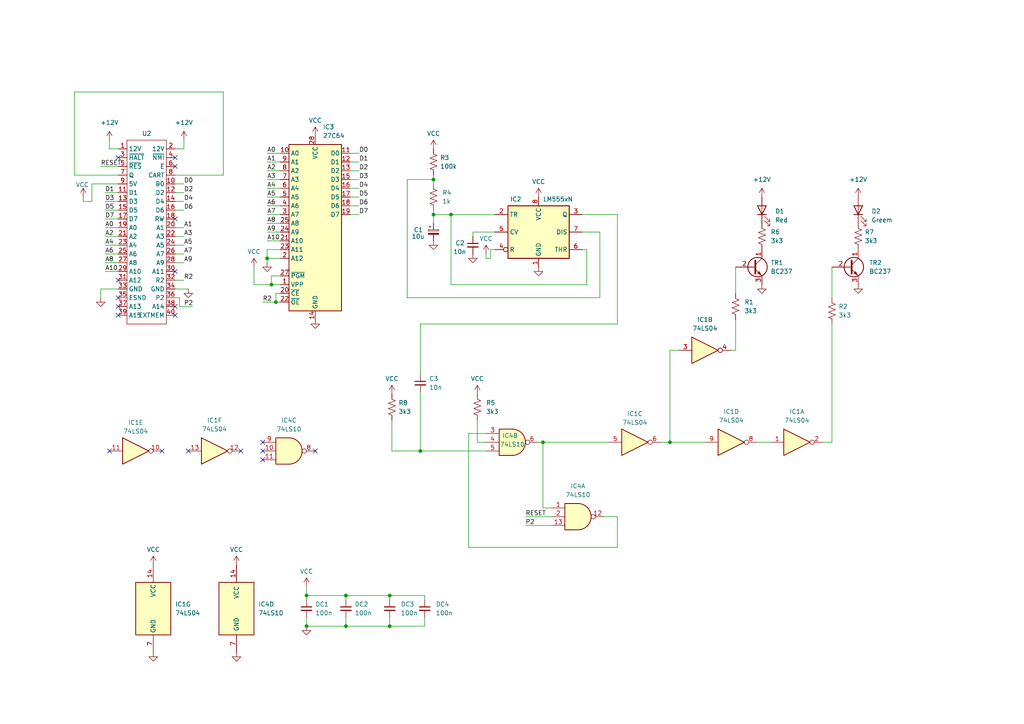
<source format=kicad_sch>
(kicad_sch (version 20230121) (generator eeschema)
  (paper "A4")
  (title_block (title "Dragon 32 Soak Test") (rev "1.0") (comment 1 "https://archive.worldofdragon.org/index.php?title=Dragon_32_Soak_Test"))
  (lib_symbols
    (symbol "74xx:74LS04"
      (property "Reference" "U" (at 0 1.27 0))
      (property "Value" "74LS04" (at 0 -1.27 0))
      (symbol "74LS04_1_0"
        (polyline (pts (xy -3.81 3.81) (xy -3.81 -3.81) (xy 3.81 0) (xy -3.81 3.81)) (stroke (width 0.254)) (fill (type background)))
        (pin input line (at -7.62 0 0) (length 3.81) (name "~") (number "1"))
        (pin output inverted (at 7.62 0 180) (length 3.81) (name "~") (number "2"))
      )
      (symbol "74LS04_2_0"
        (polyline (pts (xy -3.81 3.81) (xy -3.81 -3.81) (xy 3.81 0) (xy -3.81 3.81)) (stroke (width 0.254)) (fill (type background)))
        (pin input line (at -7.62 0 0) (length 3.81) (name "~") (number "3"))
        (pin output inverted (at 7.62 0 180) (length 3.81) (name "~") (number "4"))
      )
      (symbol "74LS04_3_0"
        (polyline (pts (xy -3.81 3.81) (xy -3.81 -3.81) (xy 3.81 0) (xy -3.81 3.81)) (stroke (width 0.254)) (fill (type background)))
        (pin input line (at -7.62 0 0) (length 3.81) (name "~") (number "5"))
        (pin output inverted (at 7.62 0 180) (length 3.81) (name "~") (number "6"))
      )
      (symbol "74LS04_4_0"
        (polyline (pts (xy -3.81 3.81) (xy -3.81 -3.81) (xy 3.81 0) (xy -3.81 3.81)) (stroke (width 0.254)) (fill (type background)))
        (pin output inverted (at 7.62 0 180) (length 3.81) (name "~") (number "8"))
        (pin input line (at -7.62 0 0) (length 3.81) (name "~") (number "9"))
      )
      (symbol "74LS04_5_0"
        (polyline (pts (xy -3.81 3.81) (xy -3.81 -3.81) (xy 3.81 0) (xy -3.81 3.81)) (stroke (width 0.254)) (fill (type background)))
        (pin output inverted (at 7.62 0 180) (length 3.81) (name "~") (number "10"))
        (pin input line (at -7.62 0 0) (length 3.81) (name "~") (number "11"))
      )
      (symbol "74LS04_6_0"
        (polyline (pts (xy -3.81 3.81) (xy -3.81 -3.81) (xy 3.81 0) (xy -3.81 3.81)) (stroke (width 0.254)) (fill (type background)))
        (pin output inverted (at 7.62 0 180) (length 3.81) (name "~") (number "12"))
        (pin input line (at -7.62 0 0) (length 3.81) (name "~") (number "13"))
      )
      (symbol "74LS04_7_0"
        (pin power_in line (at 0 12.7 270) (length 5.08) (name "VCC") (number "14"))
        (pin power_in line (at 0 -12.7 90) (length 5.08) (name "GND") (number "7"))
      )
      (symbol "74LS04_7_1"
        (rectangle (start -5.08 7.62) (end 5.08 -7.62) (stroke (width 0.254)) (fill (type background)))
      )
    )
    (symbol "74xx:74LS10" (pin_names (offset 1.016))
      (property "Reference" "U" (at 0 1.27 0))
      (property "Value" "74LS10" (at 0 -1.27 0))
      (symbol "74LS10_1_1"
        (arc (start 0 -3.81) (mid 3.7934 0) (end 0 3.81) (stroke (width 0.254)) (fill (type background)))
        (polyline (pts (xy 0 3.81) (xy -3.81 3.81) (xy -3.81 -3.81) (xy 0 -3.81)) (stroke (width 0.254)) (fill (type background)))
        (pin input line (at -7.62 2.54 0) (length 3.81) (name "~") (number "1"))
        (pin output inverted (at 7.62 0 180) (length 3.81) (name "~") (number "12"))
        (pin input line (at -7.62 -2.54 0) (length 3.81) (name "~") (number "13"))
        (pin input line (at -7.62 0 0) (length 3.81) (name "~") (number "2"))
      )
      (symbol "74LS10_1_2"
        (arc (start -3.81 -3.81) (mid -2.589 0) (end -3.81 3.81) (stroke (width 0.254)))
        (arc (start -0.6096 -3.81) (mid 2.1842 -2.5851) (end 3.81 0) (stroke (width 0.254)) (fill (type background)))
        (polyline (pts (xy -3.81 -3.81) (xy -0.635 -3.81)) (stroke (width 0.254)) (fill (type background)))
        (polyline (pts (xy -3.81 3.81) (xy -0.635 3.81)) (stroke (width 0.254)) (fill (type background)))
        (polyline (pts (xy -0.635 3.81) (xy -3.81 3.81) (xy -3.81 3.81) (xy -3.556 3.4036) (xy -3.0226 2.2606) (xy -2.6924 1.0414) (xy -2.6162 -0.254) (xy -2.7686 -1.4986) (xy -3.175 -2.7178) (xy -3.81 -3.81) (xy -3.81 -3.81) (xy -0.635 -3.81)) (stroke (width -25.4)) (fill (type background)))
        (arc (start 3.81 0) (mid 2.1915 2.5936) (end -0.6096 3.81) (stroke (width 0.254)) (fill (type background)))
        (pin input inverted (at -7.62 2.54 0) (length 4.318) (name "~") (number "1"))
        (pin output line (at 7.62 0 180) (length 3.81) (name "~") (number "12"))
        (pin input inverted (at -7.62 -2.54 0) (length 4.318) (name "~") (number "13"))
        (pin input inverted (at -7.62 0 0) (length 4.953) (name "~") (number "2"))
      )
      (symbol "74LS10_2_1"
        (arc (start 0 -3.81) (mid 3.7934 0) (end 0 3.81) (stroke (width 0.254)) (fill (type background)))
        (polyline (pts (xy 0 3.81) (xy -3.81 3.81) (xy -3.81 -3.81) (xy 0 -3.81)) (stroke (width 0.254)) (fill (type background)))
        (pin input line (at -7.62 2.54 0) (length 3.81) (name "~") (number "3"))
        (pin input line (at -7.62 0 0) (length 3.81) (name "~") (number "4"))
        (pin input line (at -7.62 -2.54 0) (length 3.81) (name "~") (number "5"))
        (pin output inverted (at 7.62 0 180) (length 3.81) (name "~") (number "6"))
      )
      (symbol "74LS10_2_2"
        (arc (start -3.81 -3.81) (mid -2.589 0) (end -3.81 3.81) (stroke (width 0.254)))
        (arc (start -0.6096 -3.81) (mid 2.1842 -2.5851) (end 3.81 0) (stroke (width 0.254)) (fill (type background)))
        (polyline (pts (xy -3.81 -3.81) (xy -0.635 -3.81)) (stroke (width 0.254)) (fill (type background)))
        (polyline (pts (xy -3.81 3.81) (xy -0.635 3.81)) (stroke (width 0.254)) (fill (type background)))
        (polyline (pts (xy -0.635 3.81) (xy -3.81 3.81) (xy -3.81 3.81) (xy -3.556 3.4036) (xy -3.0226 2.2606) (xy -2.6924 1.0414) (xy -2.6162 -0.254) (xy -2.7686 -1.4986) (xy -3.175 -2.7178) (xy -3.81 -3.81) (xy -3.81 -3.81) (xy -0.635 -3.81)) (stroke (width -25.4)) (fill (type background)))
        (arc (start 3.81 0) (mid 2.1915 2.5936) (end -0.6096 3.81) (stroke (width 0.254)) (fill (type background)))
        (pin input inverted (at -7.62 2.54 0) (length 4.318) (name "~") (number "3"))
        (pin input inverted (at -7.62 0 0) (length 4.953) (name "~") (number "4"))
        (pin input inverted (at -7.62 -2.54 0) (length 4.318) (name "~") (number "5"))
        (pin output line (at 7.62 0 180) (length 3.81) (name "~") (number "6"))
      )
      (symbol "74LS10_3_1"
        (arc (start 0 -3.81) (mid 3.7934 0) (end 0 3.81) (stroke (width 0.254)) (fill (type background)))
        (polyline (pts (xy 0 3.81) (xy -3.81 3.81) (xy -3.81 -3.81) (xy 0 -3.81)) (stroke (width 0.254)) (fill (type background)))
        (pin input line (at -7.62 0 0) (length 3.81) (name "~") (number "10"))
        (pin input line (at -7.62 -2.54 0) (length 3.81) (name "~") (number "11"))
        (pin output inverted (at 7.62 0 180) (length 3.81) (name "~") (number "8"))
        (pin input line (at -7.62 2.54 0) (length 3.81) (name "~") (number "9"))
      )
      (symbol "74LS10_3_2"
        (arc (start -3.81 -3.81) (mid -2.589 0) (end -3.81 3.81) (stroke (width 0.254)))
        (arc (start -0.6096 -3.81) (mid 2.1842 -2.5851) (end 3.81 0) (stroke (width 0.254)) (fill (type background)))
        (polyline (pts (xy -3.81 -3.81) (xy -0.635 -3.81)) (stroke (width 0.254)) (fill (type background)))
        (polyline (pts (xy -3.81 3.81) (xy -0.635 3.81)) (stroke (width 0.254)) (fill (type background)))
        (polyline (pts (xy -0.635 3.81) (xy -3.81 3.81) (xy -3.81 3.81) (xy -3.556 3.4036) (xy -3.0226 2.2606) (xy -2.6924 1.0414) (xy -2.6162 -0.254) (xy -2.7686 -1.4986) (xy -3.175 -2.7178) (xy -3.81 -3.81) (xy -3.81 -3.81) (xy -0.635 -3.81)) (stroke (width -25.4)) (fill (type background)))
        (arc (start 3.81 0) (mid 2.1915 2.5936) (end -0.6096 3.81) (stroke (width 0.254)) (fill (type background)))
        (pin input inverted (at -7.62 0 0) (length 4.953) (name "~") (number "10"))
        (pin input inverted (at -7.62 -2.54 0) (length 4.318) (name "~") (number "11"))
        (pin output line (at 7.62 0 180) (length 3.81) (name "~") (number "8"))
        (pin input inverted (at -7.62 2.54 0) (length 4.318) (name "~") (number "9"))
      )
      (symbol "74LS10_4_0"
        (pin power_in line (at 0 12.7 270) (length 5.08) (name "VCC") (number "14"))
        (pin power_in line (at 0 -12.7 90) (length 5.08) (name "GND") (number "7"))
      )
      (symbol "74LS10_4_1"
        (rectangle (start -5.08 7.62) (end 5.08 -7.62) (stroke (width 0.254)) (fill (type background)))
      )
    )
    (symbol "Device:C_Polarized_Small" (pin_numbers hide) (pin_names (offset 0.254) hide)
      (property "Reference" "C" (at 0.254 1.778 0))
      (property "Value" "C_Polarized_Small" (at 0.254 -2.032 0))
      (symbol "C_Polarized_Small_0_1"
        (rectangle (start -1.524 -0.3048) (end 1.524 -0.6858) (fill (type outline)))
        (rectangle (start -1.524 0.6858) (end 1.524 0.3048))
        (polyline (pts (xy -1.27 1.524) (xy -0.762 1.524)))
        (polyline (pts (xy -1.016 1.27) (xy -1.016 1.778)))
      )
      (symbol "C_Polarized_Small_1_1"
        (pin passive line (at 0 2.54 270) (length 1.8542) (name "~") (number "1"))
        (pin passive line (at 0 -2.54 90) (length 1.8542) (name "~") (number "2"))
      )
    )
    (symbol "Device:C_Small" (pin_numbers hide) (pin_names (offset 0.254) hide)
      (property "Reference" "C" (at 0.254 1.778 0))
      (property "Value" "C_Small" (at 0.254 -2.032 0))
      (symbol "C_Small_0_1"
        (polyline (pts (xy -1.524 -0.508) (xy 1.524 -0.508)) (stroke (width 0.3302)))
        (polyline (pts (xy -1.524 0.508) (xy 1.524 0.508)) (stroke (width 0.3048)))
      )
      (symbol "C_Small_1_1"
        (pin passive line (at 0 2.54 270) (length 2.032) (name "~") (number "1"))
        (pin passive line (at 0 -2.54 90) (length 2.032) (name "~") (number "2"))
      )
    )
    (symbol "Device:LED" (pin_numbers hide) (pin_names (offset 1.016) hide)
      (property "Reference" "D" (at 0 2.54 0))
      (property "Value" "LED" (at 0 -2.54 0))
      (symbol "LED_0_1"
        (polyline (pts (xy -1.27 -1.27) (xy -1.27 1.27)) (stroke (width 0.254)))
        (polyline (pts (xy -1.27 0) (xy 1.27 0)))
        (polyline (pts (xy 1.27 -1.27) (xy 1.27 1.27) (xy -1.27 0) (xy 1.27 -1.27)) (stroke (width 0.254)))
        (polyline (pts (xy -3.048 -0.762) (xy -4.572 -2.286) (xy -3.81 -2.286) (xy -4.572 -2.286) (xy -4.572 -1.524)))
        (polyline (pts (xy -1.778 -0.762) (xy -3.302 -2.286) (xy -2.54 -2.286) (xy -3.302 -2.286) (xy -3.302 -1.524)))
      )
      (symbol "LED_1_1"
        (pin passive line (at -3.81 0 0) (length 2.54) (name "K") (number "1"))
        (pin passive line (at 3.81 0 180) (length 2.54) (name "A") (number "2"))
      )
    )
    (symbol "Device:R_US" (pin_numbers hide) (pin_names (offset 0))
      (property "Reference" "R" (at 2.54 0 90))
      (property "Value" "R_US" (at -2.54 0 90))
      (symbol "R_US_0_1"
        (polyline (pts (xy 0 -2.286) (xy 0 -2.54)))
        (polyline (pts (xy 0 2.286) (xy 0 2.54)))
        (polyline (pts (xy 0 -0.762) (xy 1.016 -1.143) (xy 0 -1.524) (xy -1.016 -1.905) (xy 0 -2.286)))
        (polyline (pts (xy 0 0.762) (xy 1.016 0.381) (xy 0 0) (xy -1.016 -0.381) (xy 0 -0.762)))
        (polyline (pts (xy 0 2.286) (xy 1.016 1.905) (xy 0 1.524) (xy -1.016 1.143) (xy 0 0.762)))
      )
      (symbol "R_US_1_1"
        (pin passive line (at 0 3.81 270) (length 1.27) (name "~") (number "1"))
        (pin passive line (at 0 -3.81 90) (length 1.27) (name "~") (number "2"))
      )
    )
    (symbol "Expansion:Expansion"
      (property "Reference" "U" (at 0 0 0))
      (symbol "Expansion_0_1"
        (rectangle (start -8.89 12.7) (end 2.54 -40.64))
      )
      (symbol "Expansion_1_1"
        (pin power_out line (at -11.43 10.16 0) (length 2.54) (name "12V") (number "1"))
        (pin output line (at 5.08 0 180) (length 2.54) (name "D0") (number "10"))
        (pin output line (at -11.43 -2.54 0) (length 2.54) (name "D1") (number "11"))
        (pin output line (at 5.08 -2.54 180) (length 2.54) (name "D2") (number "12"))
        (pin output line (at -11.43 -5.08 0) (length 2.54) (name "D3") (number "13"))
        (pin output line (at 5.08 -5.08 180) (length 2.54) (name "D4") (number "14"))
        (pin output line (at -11.43 -7.62 0) (length 2.54) (name "D5") (number "15"))
        (pin output line (at 5.08 -7.62 180) (length 2.54) (name "D6") (number "16"))
        (pin output line (at -11.43 -10.16 0) (length 2.54) (name "D7") (number "17"))
        (pin output line (at 5.08 -10.16 180) (length 2.54) (name "RW") (number "18"))
        (pin output line (at -11.43 -12.7 0) (length 2.54) (name "A0") (number "19"))
        (pin power_out line (at 5.08 10.16 180) (length 2.54) (name "12V") (number "2"))
        (pin output line (at 5.08 -12.7 180) (length 2.54) (name "A1") (number "20"))
        (pin output line (at -11.43 -15.24 0) (length 2.54) (name "A2") (number "21"))
        (pin output line (at 5.08 -15.24 180) (length 2.54) (name "A3") (number "22"))
        (pin output line (at -11.43 -17.78 0) (length 2.54) (name "A4") (number "23"))
        (pin output line (at 5.08 -17.78 180) (length 2.54) (name "A5") (number "24"))
        (pin output line (at -11.43 -20.32 0) (length 2.54) (name "A6") (number "25"))
        (pin output line (at 5.08 -20.32 180) (length 2.54) (name "A7") (number "26"))
        (pin output line (at -11.43 -22.86 0) (length 2.54) (name "A8") (number "27"))
        (pin output line (at 5.08 -22.86 180) (length 2.54) (name "A9") (number "28"))
        (pin output line (at -11.43 -25.4 0) (length 2.54) (name "A10") (number "29"))
        (pin input line (at -11.43 7.62 0) (length 2.54) (name "~{HALT}") (number "3"))
        (pin output line (at 5.08 -25.4 180) (length 2.54) (name "A11") (number "30"))
        (pin output line (at -11.43 -27.94 0) (length 2.54) (name "A12") (number "31"))
        (pin output line (at 5.08 -27.94 180) (length 2.54) (name "R2") (number "32"))
        (pin power_out line (at -11.43 -30.48 0) (length 2.54) (name "GND") (number "33"))
        (pin power_out line (at 5.08 -30.48 180) (length 2.54) (name "GND") (number "34"))
        (pin output line (at -11.43 -33.02 0) (length 2.54) (name "ESND") (number "35"))
        (pin output line (at 5.08 -33.02 180) (length 2.54) (name "P2") (number "36"))
        (pin output line (at -11.43 -35.56 0) (length 2.54) (name "A13") (number "37"))
        (pin output line (at 5.08 -35.56 180) (length 2.54) (name "A14") (number "38"))
        (pin output line (at -11.43 -38.1 0) (length 2.54) (name "A15") (number "39"))
        (pin output line (at 5.08 7.62 180) (length 2.54) (name "~{NMI}") (number "4"))
        (pin output line (at 5.08 -38.1 180) (length 2.54) (name "EXTMEM") (number "40"))
        (pin output line (at -11.43 5.08 0) (length 2.54) (name "~{RES}") (number "5"))
        (pin output line (at 5.08 5.08 180) (length 2.54) (name "E") (number "6"))
        (pin output line (at -11.43 2.54 0) (length 2.54) (name "Q") (number "7"))
        (pin output line (at 5.08 2.54 180) (length 2.54) (name "CART") (number "8"))
        (pin power_out line (at -11.43 0 0) (length 2.54) (name "5V") (number "9"))
      )
    )
    (symbol "Memory_EPROM:27C64"
      (property "Reference" "U" (at -7.62 24.13 0))
      (property "Value" "27C64" (at 2.54 -26.67 0))
      (symbol "27C64_1_1"
        (rectangle (start -7.62 22.86) (end 7.62 -25.4) (stroke (width 0.254)) (fill (type background)))
        (pin input line (at -10.16 -17.78 0) (length 2.54) (name "VPP") (number "1"))
        (pin input line (at -10.16 20.32 0) (length 2.54) (name "A0") (number "10"))
        (pin tri_state line (at 10.16 20.32 180) (length 2.54) (name "D0") (number "11"))
        (pin tri_state line (at 10.16 17.78 180) (length 2.54) (name "D1") (number "12"))
        (pin tri_state line (at 10.16 15.24 180) (length 2.54) (name "D2") (number "13"))
        (pin power_in line (at 0 -27.94 90) (length 2.54) (name "GND") (number "14"))
        (pin tri_state line (at 10.16 12.7 180) (length 2.54) (name "D3") (number "15"))
        (pin tri_state line (at 10.16 10.16 180) (length 2.54) (name "D4") (number "16"))
        (pin tri_state line (at 10.16 7.62 180) (length 2.54) (name "D5") (number "17"))
        (pin tri_state line (at 10.16 5.08 180) (length 2.54) (name "D6") (number "18"))
        (pin tri_state line (at 10.16 2.54 180) (length 2.54) (name "D7") (number "19"))
        (pin input line (at -10.16 -10.16 0) (length 2.54) (name "A12") (number "2"))
        (pin input line (at -10.16 -20.32 0) (length 2.54) (name "~{CE}") (number "20"))
        (pin input line (at -10.16 -5.08 0) (length 2.54) (name "A10") (number "21"))
        (pin input line (at -10.16 -22.86 0) (length 2.54) (name "~{OE}") (number "22"))
        (pin input line (at -10.16 -7.62 0) (length 2.54) (name "A11") (number "23"))
        (pin input line (at -10.16 -2.54 0) (length 2.54) (name "A9") (number "24"))
        (pin input line (at -10.16 0 0) (length 2.54) (name "A8") (number "25"))
        (pin no_connect line (at 7.62 0 180) (length 2.54) hide (name "NC") (number "26"))
        (pin input line (at -10.16 -15.24 0) (length 2.54) (name "~{PGM}") (number "27"))
        (pin power_in line (at 0 25.4 270) (length 2.54) (name "VCC") (number "28"))
        (pin input line (at -10.16 2.54 0) (length 2.54) (name "A7") (number "3"))
        (pin input line (at -10.16 5.08 0) (length 2.54) (name "A6") (number "4"))
        (pin input line (at -10.16 7.62 0) (length 2.54) (name "A5") (number "5"))
        (pin input line (at -10.16 10.16 0) (length 2.54) (name "A4") (number "6"))
        (pin input line (at -10.16 12.7 0) (length 2.54) (name "A3") (number "7"))
        (pin input line (at -10.16 15.24 0) (length 2.54) (name "A2") (number "8"))
        (pin input line (at -10.16 17.78 0) (length 2.54) (name "A1") (number "9"))
      )
    )
    (symbol "Timer:LM555xN"
      (property "Reference" "U" (at -10.16 8.89 0))
      (property "Value" "LM555xN" (at 2.54 8.89 0))
      (symbol "LM555xN_0_0"
        (pin power_in line (at 0 -10.16 90) (length 2.54) (name "GND") (number "1"))
        (pin power_in line (at 0 10.16 270) (length 2.54) (name "VCC") (number "8"))
      )
      (symbol "LM555xN_0_1"
        (rectangle (start -8.89 -7.62) (end 8.89 7.62) (stroke (width 0.254)) (fill (type background)))
        (rectangle (start -8.89 -7.62) (end 8.89 7.62) (stroke (width 0.254)) (fill (type background)))
      )
      (symbol "LM555xN_1_1"
        (pin input line (at -12.7 5.08 0) (length 3.81) (name "TR") (number "2"))
        (pin output line (at 12.7 5.08 180) (length 3.81) (name "Q") (number "3"))
        (pin input inverted (at -12.7 -5.08 0) (length 3.81) (name "R") (number "4"))
        (pin input line (at -12.7 0 0) (length 3.81) (name "CV") (number "5"))
        (pin input line (at 12.7 -5.08 180) (length 3.81) (name "THR") (number "6"))
        (pin input line (at 12.7 0 180) (length 3.81) (name "DIS") (number "7"))
      )
    )
    (symbol "Transistor_BJT:BC237" (pin_names (offset 0) hide)
      (property "Reference" "Q" (at 5.08 1.905 0))
      (property "Value" "BC237" (at 5.08 0 0))
      (symbol "BC237_0_1"
        (polyline (pts (xy 0 0) (xy 0.635 0)))
        (polyline (pts (xy 0.635 0.635) (xy 2.54 2.54)))
        (polyline (pts (xy 0.635 -0.635) (xy 2.54 -2.54) (xy 2.54 -2.54)))
        (polyline (pts (xy 0.635 1.905) (xy 0.635 -1.905) (xy 0.635 -1.905)) (stroke (width 0.508)))
        (polyline (pts (xy 1.27 -1.778) (xy 1.778 -1.27) (xy 2.286 -2.286) (xy 1.27 -1.778) (xy 1.27 -1.778)) (fill (type outline)))
        (circle (center 1.27 0) (radius 2.8194) (stroke (width 0.254)))
      )
      (symbol "BC237_1_1"
        (pin passive line (at 2.54 5.08 270) (length 2.54) (name "C") (number "1"))
        (pin input line (at -5.08 0 0) (length 5.08) (name "B") (number "2"))
        (pin passive line (at 2.54 -5.08 90) (length 2.54) (name "E") (number "3"))
      )
    )
    (symbol "power:+12V" (power) (pin_names (offset 0))
      (property "Value" "+12V" (at 0 3.556 0))
      (symbol "+12V_0_1"
        (polyline (pts (xy -0.762 1.27) (xy 0 2.54)))
        (polyline (pts (xy 0 0) (xy 0 2.54)))
        (polyline (pts (xy 0 2.54) (xy 0.762 1.27)))
      )
      (symbol "+12V_1_1"
        (pin power_in line (at 0 0 90) (length 0) hide (name "+12V") (number "1"))
      )
    )
    (symbol "power:GND" (power) (pin_names (offset 0))
      (property "Value" "GND" (at 0 -3.81 0))
      (symbol "GND_0_1"
        (polyline (pts (xy 0 0) (xy 0 -1.27) (xy 1.27 -1.27) (xy 0 -2.54) (xy -1.27 -1.27) (xy 0 -1.27)))
      )
      (symbol "GND_1_1"
        (pin power_in line (at 0 0 270) (length 0) hide (name "GND") (number "1"))
      )
    )
    (symbol "power:VCC" (power) (pin_names (offset 0))
      (property "Value" "VCC" (at 0 3.81 0))
      (symbol "VCC_0_1"
        (polyline (pts (xy -0.762 1.27) (xy 0 2.54)))
        (polyline (pts (xy 0 0) (xy 0 2.54)))
        (polyline (pts (xy 0 2.54) (xy 0.762 1.27)))
      )
      (symbol "VCC_1_1"
        (pin power_in line (at 0 0 90) (length 0) hide (name "VCC") (number "1"))
      )
    )
  )
  (junction (at 125.73 62.23))
  (junction (at 80.01 87.63))
  (junction (at 88.9 172.72))
  (junction (at 130.81 62.23))
  (junction (at 125.73 52.07))
  (junction (at 113.03 181.61))
  (junction (at 157.48 128.27))
  (junction (at 113.03 172.72))
  (junction (at 100.33 181.61))
  (junction (at 194.31 128.27))
  (junction (at 100.33 172.72))
  (junction (at 78.74 82.55))
  (junction (at 88.9 181.61))
  (junction (at 77.47 74.93))
  (junction (at 121.92 130.81))
  (no_connect (at 50.8 63.5))
  (no_connect (at 91.44 130.81))
  (no_connect (at 50.8 91.44))
  (no_connect (at 34.29 45.72))
  (no_connect (at 34.29 88.9))
  (no_connect (at 50.8 48.26))
  (no_connect (at 31.75 130.81))
  (no_connect (at 50.8 78.74))
  (no_connect (at 50.8 45.72))
  (no_connect (at 76.2 133.35))
  (no_connect (at 69.85 130.81))
  (no_connect (at 50.8 88.9))
  (no_connect (at 34.29 91.44))
  (no_connect (at 76.2 130.81))
  (no_connect (at 34.29 81.28))
  (no_connect (at 34.29 86.36))
  (no_connect (at 46.99 130.81))
  (no_connect (at 76.2 128.27))
  (no_connect (at 54.61 130.81))
  (wire (pts (xy 73.66 77.47) (xy 73.66 82.55)))
  (wire (pts (xy 64.77 50.8) (xy 50.8 50.8)))
  (wire (pts (xy 77.47 44.45) (xy 81.28 44.45)))
  (wire (pts (xy 123.19 181.61) (xy 113.03 181.61)))
  (wire (pts (xy 21.59 26.67) (xy 64.77 26.67)))
  (wire (pts (xy 118.11 86.36) (xy 173.99 86.36)))
  (wire (pts (xy 31.75 43.18) (xy 31.75 40.64)))
  (wire (pts (xy 30.48 68.58) (xy 34.29 68.58)))
  (wire (pts (xy 140.97 125.73) (xy 135.89 125.73)))
  (wire (pts (xy 212.09 101.6) (xy 213.36 101.6)))
  (wire (pts (xy 50.8 83.82) (xy 54.61 83.82)))
  (wire (pts (xy 77.47 49.53) (xy 81.28 49.53)))
  (wire (pts (xy 50.8 76.2) (xy 53.34 76.2)))
  (wire (pts (xy 50.8 43.18) (xy 53.34 43.18)))
  (wire (pts (xy 118.11 86.36) (xy 118.11 52.07)))
  (wire (pts (xy 50.8 53.34) (xy 53.34 53.34)))
  (wire (pts (xy 34.29 53.34) (xy 26.67 53.34)))
  (wire (pts (xy 142.24 72.39) (xy 142.24 74.93)))
  (wire (pts (xy 219.71 128.27) (xy 223.52 128.27)))
  (wire (pts (xy 29.21 86.36) (xy 29.21 83.82)))
  (wire (pts (xy 34.29 50.8) (xy 21.59 50.8)))
  (wire (pts (xy 50.8 71.12) (xy 53.34 71.12)))
  (wire (pts (xy 101.6 46.99) (xy 104.14 46.99)))
  (wire (pts (xy 100.33 181.61) (xy 113.03 181.61)))
  (wire (pts (xy 88.9 170.18) (xy 88.9 172.72)))
  (wire (pts (xy 30.48 71.12) (xy 34.29 71.12)))
  (wire (pts (xy 121.92 130.81) (xy 140.97 130.81)))
  (wire (pts (xy 77.47 67.31) (xy 81.28 67.31)))
  (wire (pts (xy 34.29 43.18) (xy 31.75 43.18)))
  (wire (pts (xy 179.07 62.23) (xy 179.07 93.98)))
  (wire (pts (xy 157.48 128.27) (xy 176.53 128.27)))
  (wire (pts (xy 30.48 58.42) (xy 34.29 58.42)))
  (wire (pts (xy 130.81 82.55) (xy 170.18 82.55)))
  (wire (pts (xy 78.74 82.55) (xy 81.28 82.55)))
  (wire (pts (xy 125.73 50.8) (xy 125.73 52.07)))
  (wire (pts (xy 64.77 26.67) (xy 64.77 50.8)))
  (wire (pts (xy 77.47 54.61) (xy 81.28 54.61)))
  (wire (pts (xy 101.6 49.53) (xy 104.14 49.53)))
  (wire (pts (xy 101.6 54.61) (xy 104.14 54.61)))
  (wire (pts (xy 125.73 60.96) (xy 125.73 62.23)))
  (wire (pts (xy 113.665 121.92) (xy 113.665 130.81)))
  (wire (pts (xy 213.36 92.71) (xy 213.36 101.6)))
  (wire (pts (xy 157.48 128.27) (xy 157.48 147.32)))
  (wire (pts (xy 73.66 82.55) (xy 78.74 82.55)))
  (wire (pts (xy 52.07 86.36) (xy 52.07 88.9)))
  (wire (pts (xy 137.16 67.31) (xy 143.51 67.31)))
  (wire (pts (xy 78.74 80.01) (xy 78.74 82.55)))
  (wire (pts (xy 123.19 179.07) (xy 123.19 181.61)))
  (wire (pts (xy 88.9 179.07) (xy 88.9 181.61)))
  (wire (pts (xy 135.89 125.73) (xy 135.89 158.75)))
  (wire (pts (xy 26.67 53.34) (xy 26.67 58.42)))
  (wire (pts (xy 101.6 57.15) (xy 104.14 57.15)))
  (wire (pts (xy 194.31 128.27) (xy 204.47 128.27)))
  (wire (pts (xy 213.36 85.09) (xy 213.36 77.47)))
  (wire (pts (xy 21.59 50.8) (xy 21.59 26.67)))
  (wire (pts (xy 123.19 172.72) (xy 113.03 172.72)))
  (wire (pts (xy 81.28 80.01) (xy 78.74 80.01)))
  (wire (pts (xy 125.73 52.07) (xy 125.73 53.34)))
  (wire (pts (xy 77.47 57.15) (xy 81.28 57.15)))
  (wire (pts (xy 76.2 87.63) (xy 80.01 87.63)))
  (wire (pts (xy 77.47 62.23) (xy 81.28 62.23)))
  (wire (pts (xy 101.6 44.45) (xy 104.14 44.45)))
  (wire (pts (xy 30.48 78.74) (xy 34.29 78.74)))
  (wire (pts (xy 50.8 68.58) (xy 53.34 68.58)))
  (wire (pts (xy 77.47 64.77) (xy 81.28 64.77)))
  (wire (pts (xy 113.03 172.72) (xy 100.33 172.72)))
  (wire (pts (xy 191.77 128.27) (xy 194.31 128.27)))
  (wire (pts (xy 241.3 77.47) (xy 241.3 86.36)))
  (wire (pts (xy 80.01 85.09) (xy 80.01 87.63)))
  (wire (pts (xy 170.18 72.39) (xy 168.91 72.39)))
  (wire (pts (xy 121.92 93.98) (xy 179.07 93.98)))
  (wire (pts (xy 140.97 74.93) (xy 140.97 73.66)))
  (wire (pts (xy 241.3 93.98) (xy 241.3 128.27)))
  (wire (pts (xy 121.92 108.585) (xy 121.92 93.98)))
  (wire (pts (xy 30.48 73.66) (xy 34.29 73.66)))
  (wire (pts (xy 135.89 158.75) (xy 179.07 158.75)))
  (wire (pts (xy 130.81 62.23) (xy 143.51 62.23)))
  (wire (pts (xy 125.73 62.23) (xy 125.73 64.77)))
  (wire (pts (xy 88.9 172.72) (xy 88.9 173.99)))
  (wire (pts (xy 194.31 101.6) (xy 194.31 128.27)))
  (wire (pts (xy 24.13 57.15) (xy 24.13 58.42)))
  (wire (pts (xy 29.21 48.26) (xy 34.29 48.26)))
  (wire (pts (xy 77.47 69.85) (xy 81.28 69.85)))
  (wire (pts (xy 152.4 152.4) (xy 160.02 152.4)))
  (wire (pts (xy 168.91 67.31) (xy 173.99 67.31)))
  (wire (pts (xy 152.4 149.86) (xy 160.02 149.86)))
  (wire (pts (xy 50.8 58.42) (xy 53.34 58.42)))
  (wire (pts (xy 196.85 101.6) (xy 194.31 101.6)))
  (wire (pts (xy 30.48 66.04) (xy 34.29 66.04)))
  (wire (pts (xy 50.8 73.66) (xy 53.34 73.66)))
  (wire (pts (xy 101.6 59.69) (xy 104.14 59.69)))
  (wire (pts (xy 77.47 59.69) (xy 81.28 59.69)))
  (wire (pts (xy 168.91 62.23) (xy 179.07 62.23)))
  (wire (pts (xy 52.07 88.9) (xy 55.88 88.9)))
  (wire (pts (xy 50.8 60.96) (xy 53.34 60.96)))
  (wire (pts (xy 125.73 62.23) (xy 130.81 62.23)))
  (wire (pts (xy 30.48 60.96) (xy 34.29 60.96)))
  (wire (pts (xy 101.6 62.23) (xy 104.14 62.23)))
  (wire (pts (xy 101.6 52.07) (xy 104.14 52.07)))
  (wire (pts (xy 100.33 173.99) (xy 100.33 172.72)))
  (wire (pts (xy 118.11 52.07) (xy 125.73 52.07)))
  (wire (pts (xy 30.48 63.5) (xy 34.29 63.5)))
  (wire (pts (xy 30.48 76.2) (xy 34.29 76.2)))
  (wire (pts (xy 88.9 181.61) (xy 100.33 181.61)))
  (wire (pts (xy 80.01 87.63) (xy 81.28 87.63)))
  (wire (pts (xy 113.665 130.81) (xy 121.92 130.81)))
  (wire (pts (xy 81.28 85.09) (xy 80.01 85.09)))
  (wire (pts (xy 138.43 121.92) (xy 138.43 128.27)))
  (wire (pts (xy 156.21 128.27) (xy 157.48 128.27)))
  (wire (pts (xy 173.99 67.31) (xy 173.99 86.36)))
  (wire (pts (xy 123.19 173.99) (xy 123.19 172.72)))
  (wire (pts (xy 137.16 68.58) (xy 137.16 67.31)))
  (wire (pts (xy 88.9 172.72) (xy 100.33 172.72)))
  (wire (pts (xy 53.34 43.18) (xy 53.34 40.64)))
  (wire (pts (xy 29.21 83.82) (xy 34.29 83.82)))
  (wire (pts (xy 77.47 74.93) (xy 77.47 76.2)))
  (wire (pts (xy 50.8 86.36) (xy 52.07 86.36)))
  (wire (pts (xy 179.07 158.75) (xy 179.07 149.86)))
  (wire (pts (xy 238.76 128.27) (xy 241.3 128.27)))
  (wire (pts (xy 130.81 82.55) (xy 130.81 62.23)))
  (wire (pts (xy 77.47 72.39) (xy 77.47 74.93)))
  (wire (pts (xy 24.13 58.42) (xy 26.67 58.42)))
  (wire (pts (xy 77.47 46.99) (xy 81.28 46.99)))
  (wire (pts (xy 143.51 72.39) (xy 142.24 72.39)))
  (wire (pts (xy 121.92 130.81) (xy 121.92 113.665)))
  (wire (pts (xy 142.24 74.93) (xy 140.97 74.93)))
  (wire (pts (xy 77.47 72.39) (xy 81.28 72.39)))
  (wire (pts (xy 170.18 72.39) (xy 170.18 82.55)))
  (wire (pts (xy 77.47 74.93) (xy 81.28 74.93)))
  (wire (pts (xy 50.8 81.28) (xy 53.34 81.28)))
  (wire (pts (xy 175.26 149.86) (xy 179.07 149.86)))
  (wire (pts (xy 77.47 52.07) (xy 81.28 52.07)))
  (wire (pts (xy 113.03 179.07) (xy 113.03 181.61)))
  (wire (pts (xy 50.8 66.04) (xy 53.34 66.04)))
  (wire (pts (xy 100.33 179.07) (xy 100.33 181.61)))
  (wire (pts (xy 138.43 128.27) (xy 140.97 128.27)))
  (wire (pts (xy 50.8 55.88) (xy 53.34 55.88)))
  (wire (pts (xy 30.48 55.88) (xy 34.29 55.88)))
  (wire (pts (xy 113.03 173.99) (xy 113.03 172.72)))
  (wire (pts (xy 157.48 147.32) (xy 160.02 147.32)))
  (label "R2" (at 76.2 87.63 0))
  (label "P2" (at 152.4 152.4 0))
  (label "A1" (at 77.47 46.99 0))
  (label "R2" (at 53.34 81.28 0))
  (label "A10" (at 30.48 78.74 0))
  (label "D3" (at 30.48 58.42 0))
  (label "D1" (at 104.14 46.99 0))
  (label "RESET" (at 152.4 149.86 0))
  (label "D1" (at 30.48 55.88 0))
  (label "A4" (at 77.47 54.61 0))
  (label "D2" (at 53.34 55.88 0))
  (label "A9" (at 77.47 67.31 0))
  (label "A9" (at 53.34 76.2 0))
  (label "D6" (at 104.14 59.69 0))
  (label "A3" (at 53.34 68.58 0))
  (label "D6" (at 53.34 60.96 0))
  (label "A5" (at 77.47 57.15 0))
  (label "A2" (at 77.47 49.53 0))
  (label "D0" (at 53.34 53.34 0))
  (label "D5" (at 104.14 57.15 0))
  (label "A6" (at 30.48 73.66 0))
  (label "D0" (at 104.14 44.45 0))
  (label "D4" (at 53.34 58.42 0))
  (label "A7" (at 77.47 62.23 0))
  (label "A8" (at 30.48 76.2 0))
  (label "D4" (at 104.14 54.61 0))
  (label "A5" (at 53.34 71.12 0))
  (label "D5" (at 30.48 60.96 0))
  (label "D7" (at 104.14 62.23 0))
  (label "A7" (at 53.34 73.66 0))
  (label "A10" (at 77.47 69.85 0))
  (label "D2" (at 104.14 49.53 0))
  (label "D7" (at 30.48 63.5 0))
  (label "RESET" (at 29.21 48.26 0))
  (label "A0" (at 30.48 66.04 0))
  (label "A2" (at 30.48 68.58 0))
  (label "A0" (at 77.47 44.45 0))
  (label "A6" (at 77.47 59.69 0))
  (label "A1" (at 53.34 66.04 0))
  (label "A3" (at 77.47 52.07 0))
  (label "A8" (at 77.47 64.77 0))
  (label "D3" (at 104.14 52.07 0))
  (label "P2" (at 53.34 88.9 0))
  (label "A4" (at 30.48 71.12 0))
  (symbol (lib_id "Device:R_US") (at 241.3 90.17 0) (unit 1)
    (property "Reference" "R2" (at 243.205 88.9 0) (effects (justify left)))
    (property "Value" "3k3" (at 243.205 91.44 0) (effects (justify left)))
    (property "Footprint" "Resistor_THT:R_Axial_DIN0207_L6.3mm_D2.5mm_P10.16mm_Horizontal" (effects hide))
  )
  (symbol (lib_id "power:+12V") (at 53.34 40.64 0) (unit 1)
    (property "Reference" "#PWR06" (effects hide))
    (property "Value" "+12V" (at 53.34 35.56 0))
  )
  (symbol (lib_id "power:+12V") (at 31.75 40.64 0) (unit 1)
    (property "Reference" "#PWR01" (effects hide))
    (property "Value" "+12V" (at 31.75 35.56 0))
  )
  (symbol (lib_id "74xx:74LS04") (at 184.15 128.27 0) (unit 3)
    (property "Reference" "IC1" (at 184.15 120.015 0))
    (property "Value" "74LS04" (at 184.15 122.555 0))
    (property "Footprint" "Package_DIP:DIP-14_W7.62mm" (effects hide))
    (property "Datasheet" "http://www.ti.com/lit/gpn/sn74LS04" (effects hide))
  )
  (symbol (lib_id "74xx:74LS04") (at 39.37 130.81 0) (unit 5)
    (property "Reference" "IC1" (at 39.37 122.555 0))
    (property "Value" "74LS04" (at 39.37 125.095 0))
    (property "Footprint" "Package_DIP:DIP-14_W7.62mm" (effects hide))
    (property "Datasheet" "http://www.ti.com/lit/gpn/sn74LS04" (effects hide))
  )
  (symbol (lib_id "Device:C_Small") (at 123.19 176.53 0) (unit 1)
    (property "Reference" "DC4" (at 126.365 175.2663 0) (effects (justify left)))
    (property "Value" "100n" (at 126.365 177.8063 0) (effects (justify left)))
    (property "Footprint" "Capacitor_THT:C_Disc_D5.0mm_W2.5mm_P5.00mm" (effects hide))
  )
  (symbol (lib_id "power:GND") (at 248.92 82.55 0) (unit 1)
    (property "Reference" "#PWR026" (effects hide))
    (property "Value" "GND" (effects hide))
  )
  (symbol (lib_id "Transistor_BJT:BC237") (at 218.44 77.47 0) (unit 1)
    (property "Reference" "TR1" (at 223.52 76.2 0) (effects (justify left)))
    (property "Value" "BC237" (at 223.52 78.74 0) (effects (justify left)))
    (property "Footprint" "Package_TO_SOT_THT:TO-92" (effects hide))
    (property "Datasheet" "http://www.onsemi.com/pub_link/Collateral/BC237-D.PDF" (effects hide))
  )
  (symbol (lib_id "power:GND") (at 88.9 181.61 0) (unit 1)
    (property "Reference" "#PWR032" (effects hide))
    (property "Value" "GND" (effects hide))
  )
  (symbol (lib_id "Device:R_US") (at 213.36 88.9 0) (unit 1)
    (property "Reference" "R1" (at 215.9 87.63 0) (effects (justify left)))
    (property "Value" "3k3" (at 215.9 90.17 0) (effects (justify left)))
    (property "Footprint" "Resistor_THT:R_Axial_DIN0207_L6.3mm_D2.5mm_P10.16mm_Horizontal" (effects hide))
  )
  (symbol (lib_id "Device:R_US") (at 125.73 57.15 0) (unit 1)
    (property "Reference" "R4" (at 128.27 55.88 0) (effects (justify left)))
    (property "Value" "1k" (at 128.27 58.42 0) (effects (justify left)))
    (property "Footprint" "Resistor_THT:R_Axial_DIN0207_L6.3mm_D2.5mm_P10.16mm_Horizontal" (effects hide))
  )
  (symbol (lib_id "Timer:LM555xN") (at 156.21 67.31 0) (unit 1)
    (property "Reference" "IC2" (at 147.955 57.785 0) (effects (justify left)))
    (property "Value" "LM555xN" (at 157.48 57.785 0) (effects (justify left)))
    (property "Footprint" "Package_DIP:DIP-8_W7.62mm" (effects hide))
    (property "Datasheet" "http://www.ti.com/lit/ds/symlink/lm555.pdf" (effects hide))
  )
  (symbol (lib_id "power:GND") (at 77.47 76.2 0) (unit 1)
    (property "Reference" "#PWR022" (effects hide))
    (property "Value" "GND" (effects hide))
  )
  (symbol (lib_id "power:VCC") (at 113.665 114.3 0) (unit 1)
    (property "Reference" "#PWR016" (effects hide))
    (property "Value" "VCC" (at 113.665 109.855 0))
  )
  (symbol (lib_id "74xx:74LS10") (at 68.58 176.53 0) (unit 4)
    (property "Reference" "IC4" (at 74.93 175.26 0) (effects (justify left)))
    (property "Value" "74LS10" (at 74.93 177.8 0) (effects (justify left)))
    (property "Footprint" "Package_DIP:DIP-14_W7.62mm" (effects hide))
    (property "Datasheet" "http://www.ti.com/lit/gpn/sn74LS10" (effects hide))
  )
  (symbol (lib_id "Device:LED") (at 220.98 60.96 90) (unit 1)
    (property "Reference" "D1" (at 224.79 61.2775 90) (effects (justify right)))
    (property "Value" "Red" (at 224.79 63.8175 90) (effects (justify right)))
    (property "Footprint" "LED_THT:LED_D5.0mm" (effects hide))
  )
  (symbol (lib_id "power:+12V") (at 248.92 57.15 0) (unit 1)
    (property "Reference" "#PWR018" (effects hide))
    (property "Value" "+12V" (at 248.92 52.07 0))
  )
  (symbol (lib_id "74xx:74LS10") (at 148.59 128.27 0) (unit 2)
    (property "Reference" "IC4" (at 147.955 126.365 0))
    (property "Value" "74LS10" (at 148.59 128.905 0))
    (property "Footprint" "Package_DIP:DIP-14_W7.62mm" (effects hide))
    (property "Datasheet" "http://www.ti.com/lit/gpn/sn74LS10" (effects hide))
  )
  (symbol (lib_id "Device:C_Small") (at 88.9 176.53 0) (unit 1)
    (property "Reference" "DC1" (at 91.44 175.2663 0) (effects (justify left)))
    (property "Value" "100n" (at 91.44 177.8063 0) (effects (justify left)))
    (property "Footprint" "Capacitor_THT:C_Disc_D5.0mm_W2.5mm_P5.00mm" (effects hide))
  )
  (symbol (lib_id "power:GND") (at 68.58 189.23 0) (unit 1)
    (property "Reference" "#PWR09" (effects hide))
    (property "Value" "GND" (effects hide))
  )
  (symbol (lib_id "power:GND") (at 220.98 82.55 0) (unit 1)
    (property "Reference" "#PWR025" (effects hide))
    (property "Value" "GND" (effects hide))
  )
  (symbol (lib_id "power:GND") (at 54.61 83.82 0) (unit 1)
    (property "Reference" "#PWR05" (effects hide))
    (property "Value" "GND" (effects hide))
  )
  (symbol (lib_id "Device:R_US") (at 113.665 118.11 180) (unit 1)
    (property "Reference" "R8" (at 115.57 116.84 0) (effects (justify right)))
    (property "Value" "3k3" (at 115.57 119.38 0) (effects (justify right)))
    (property "Footprint" "Resistor_THT:R_Axial_DIN0207_L6.3mm_D2.5mm_P10.16mm_Horizontal" (effects hide))
  )
  (symbol (lib_id "power:VCC") (at 73.66 77.47 0) (unit 1)
    (property "Reference" "#PWR029" (effects hide))
    (property "Value" "VCC" (at 73.66 73.025 0))
  )
  (symbol (lib_id "power:VCC") (at 24.13 57.15 0) (unit 1)
    (property "Reference" "#PWR019" (effects hide))
    (property "Value" "VCC" (at 23.876 53.594 0))
  )
  (symbol (lib_id "74xx:74LS04") (at 231.14 128.27 0) (unit 1)
    (property "Reference" "IC1" (at 231.14 119.38 0))
    (property "Value" "74LS04" (at 231.14 121.92 0))
    (property "Footprint" "Package_DIP:DIP-14_W7.62mm" (effects hide))
    (property "Datasheet" "http://www.ti.com/lit/gpn/sn74LS04" (effects hide))
  )
  (symbol (lib_id "Device:R_US") (at 220.98 68.58 0) (unit 1)
    (property "Reference" "R6" (at 223.52 67.31 0) (effects (justify left)))
    (property "Value" "3k3" (at 223.52 69.85 0) (effects (justify left)))
    (property "Footprint" "Resistor_THT:R_Axial_DIN0207_L6.3mm_D2.5mm_P10.16mm_Horizontal" (effects hide))
  )
  (symbol (lib_id "Device:C_Polarized_Small") (at 125.73 67.31 0) (unit 1)
    (property "Reference" "C1" (at 120.015 66.675 0) (effects (justify left)))
    (property "Value" "10u" (at 119.38 68.58 0) (effects (justify left)))
    (property "Footprint" "Capacitor_THT:CP_Radial_D5.0mm_P2.50mm" (effects hide))
  )
  (symbol (lib_id "power:VCC") (at 156.21 57.15 0) (unit 1)
    (property "Reference" "#PWR013" (effects hide))
    (property "Value" "VCC" (at 156.21 52.705 0))
  )
  (symbol (lib_id "power:GND") (at 44.45 189.23 0) (unit 1)
    (property "Reference" "#PWR04" (effects hide))
    (property "Value" "GND" (effects hide))
  )
  (symbol (lib_id "power:VCC") (at 138.43 114.3 0) (unit 1)
    (property "Reference" "#PWR015" (effects hide))
    (property "Value" "VCC" (at 138.43 109.855 0))
  )
  (symbol (lib_id "Device:C_Small") (at 121.92 111.125 0) (unit 1)
    (property "Reference" "C3" (at 124.46 109.8613 0) (effects (justify left)))
    (property "Value" "10n" (at 124.46 112.4013 0) (effects (justify left)))
    (property "Footprint" "Capacitor_THT:C_Disc_D5.0mm_W2.5mm_P5.00mm" (effects hide))
  )
  (symbol (lib_id "power:GND") (at 156.21 77.47 0) (unit 1)
    (property "Reference" "#PWR014" (effects hide))
    (property "Value" "GND" (effects hide))
  )
  (symbol (lib_id "Device:LED") (at 248.92 60.96 90) (unit 1)
    (property "Reference" "D2" (at 252.73 61.2775 90) (effects (justify right)))
    (property "Value" "Greem" (at 252.73 63.8175 90) (effects (justify right)))
    (property "Footprint" "LED_THT:LED_D5.0mm" (effects hide))
  )
  (symbol (lib_id "Device:C_Small") (at 137.16 71.12 0) (unit 1)
    (property "Reference" "C2" (at 132.08 70.485 0) (effects (justify left)))
    (property "Value" "10n" (at 131.445 73.025 0) (effects (justify left)))
    (property "Footprint" "Capacitor_THT:C_Disc_D5.0mm_W2.5mm_P5.00mm" (effects hide))
  )
  (symbol (lib_id "Device:C_Small") (at 100.33 176.53 0) (unit 1)
    (property "Reference" "DC2" (at 102.87 175.2663 0) (effects (justify left)))
    (property "Value" "100n" (at 102.87 177.8063 0) (effects (justify left)))
    (property "Footprint" "Capacitor_THT:C_Disc_D5.0mm_W2.5mm_P5.00mm" (effects hide))
  )
  (symbol (lib_id "Transistor_BJT:BC237") (at 246.38 77.47 0) (unit 1)
    (property "Reference" "TR2" (at 252.095 76.2 0) (effects (justify left)))
    (property "Value" "BC237" (at 252.095 78.74 0) (effects (justify left)))
    (property "Footprint" "Package_TO_SOT_THT:TO-92" (effects hide))
    (property "Datasheet" "http://www.onsemi.com/pub_link/Collateral/BC237-D.PDF" (effects hide))
  )
  (symbol (lib_id "power:VCC") (at 125.73 43.18 0) (unit 1)
    (property "Reference" "#PWR012" (effects hide))
    (property "Value" "VCC" (at 125.73 38.735 0))
  )
  (symbol (lib_id "Memory_EPROM:27C64") (at 91.44 64.77 0) (unit 1)
    (property "Reference" "IC3" (at 93.6341 36.83 0) (effects (justify left)))
    (property "Value" "27C64" (at 93.6341 39.37 0) (effects (justify left)))
    (property "Footprint" "Package_DIP:DIP-28_W15.24mm" (effects hide))
    (property "Datasheet" "http://ww1.microchip.com/downloads/en/DeviceDoc/11107M.pdf" (effects hide))
  )
  (symbol (lib_id "Expansion:Expansion") (at 45.72 53.34 0) (unit 1) (in_bom no)
    (property "Reference" "U2" (at 42.545 38.735 0))
    (property "Value" "~" (at 45.72 53.34 0))
    (property "Footprint" "Expansion:Dragon 32" (effects hide))
  )
  (symbol (lib_id "power:VCC") (at 140.97 73.66 0) (unit 1)
    (property "Reference" "#PWR023" (effects hide))
    (property "Value" "VCC" (at 140.97 69.215 0))
  )
  (symbol (lib_id "power:GND") (at 91.44 92.71 0) (unit 1)
    (property "Reference" "#PWR024" (effects hide))
    (property "Value" "GND" (effects hide))
  )
  (symbol (lib_id "Device:R_US") (at 138.43 118.11 0) (unit 1)
    (property "Reference" "R5" (at 140.97 116.84 0) (effects (justify left)))
    (property "Value" "3k3" (at 140.97 119.38 0) (effects (justify left)))
    (property "Footprint" "Resistor_THT:R_Axial_DIN0207_L6.3mm_D2.5mm_P10.16mm_Horizontal" (effects hide))
  )
  (symbol (lib_id "74xx:74LS04") (at 212.09 128.27 0) (unit 4)
    (property "Reference" "IC1" (at 212.09 119.38 0))
    (property "Value" "74LS04" (at 212.09 121.92 0))
    (property "Footprint" "Package_DIP:DIP-14_W7.62mm" (effects hide))
    (property "Datasheet" "http://www.ti.com/lit/gpn/sn74LS04" (effects hide))
  )
  (symbol (lib_id "power:VCC") (at 68.58 163.83 0) (unit 1)
    (property "Reference" "#PWR08" (effects hide))
    (property "Value" "VCC" (at 68.58 159.385 0))
  )
  (symbol (lib_id "74xx:74LS10") (at 83.82 130.81 0) (unit 3)
    (property "Reference" "IC4" (at 83.8117 121.92 0))
    (property "Value" "74LS10" (at 83.8117 124.46 0))
    (property "Footprint" "Package_DIP:DIP-14_W7.62mm" (effects hide))
    (property "Datasheet" "http://www.ti.com/lit/gpn/sn74LS10" (effects hide))
  )
  (symbol (lib_id "74xx:74LS10") (at 167.64 149.86 0) (unit 1)
    (property "Reference" "IC4" (at 167.6317 140.97 0))
    (property "Value" "74LS10" (at 167.6317 143.51 0))
    (property "Footprint" "Package_DIP:DIP-14_W7.62mm" (effects hide))
    (property "Datasheet" "http://www.ti.com/lit/gpn/sn74LS10" (effects hide))
  )
  (symbol (lib_id "power:GND") (at 137.16 73.66 0) (unit 1)
    (property "Reference" "#PWR028" (effects hide))
    (property "Value" "GND" (effects hide))
  )
  (symbol (lib_id "power:VCC") (at 88.9 170.18 0) (unit 1)
    (property "Reference" "#PWR031" (effects hide))
    (property "Value" "VCC" (at 88.9 165.735 0))
  )
  (symbol (lib_id "74xx:74LS04") (at 44.45 176.53 0) (unit 7)
    (property "Reference" "IC1" (at 50.8 175.26 0) (effects (justify left)))
    (property "Value" "74LS04" (at 50.8 177.8 0) (effects (justify left)))
    (property "Footprint" "Package_DIP:DIP-14_W7.62mm" (effects hide))
    (property "Datasheet" "http://www.ti.com/lit/gpn/sn74LS04" (effects hide))
  )
  (symbol (lib_id "power:+12V") (at 220.98 57.15 0) (unit 1)
    (property "Reference" "#PWR017" (effects hide))
    (property "Value" "+12V" (at 220.98 52.07 0))
  )
  (symbol (lib_id "74xx:74LS04") (at 62.23 130.81 0) (unit 6)
    (property "Reference" "IC1" (at 62.23 121.92 0))
    (property "Value" "74LS04" (at 62.23 124.46 0))
    (property "Footprint" "Package_DIP:DIP-14_W7.62mm" (effects hide))
    (property "Datasheet" "http://www.ti.com/lit/gpn/sn74LS04" (effects hide))
  )
  (symbol (lib_id "Device:R_US") (at 248.92 68.58 0) (unit 1)
    (property "Reference" "R7" (at 250.825 67.31 0) (effects (justify left)))
    (property "Value" "3k3" (at 250.825 69.85 0) (effects (justify left)))
    (property "Footprint" "Resistor_THT:R_Axial_DIN0207_L6.3mm_D2.5mm_P10.16mm_Horizontal" (effects hide))
  )
  (symbol (lib_id "74xx:74LS04") (at 204.47 101.6 0) (unit 2)
    (property "Reference" "IC1" (at 204.47 92.71 0))
    (property "Value" "74LS04" (at 204.47 95.25 0))
    (property "Footprint" "Package_DIP:DIP-14_W7.62mm" (effects hide))
    (property "Datasheet" "http://www.ti.com/lit/gpn/sn74LS04" (effects hide))
  )
  (symbol (lib_id "power:GND") (at 125.73 69.85 0) (unit 1)
    (property "Reference" "#PWR020" (effects hide))
    (property "Value" "GND" (effects hide))
  )
  (symbol (lib_id "power:VCC") (at 91.44 39.37 0) (unit 1)
    (property "Reference" "#PWR021" (effects hide))
    (property "Value" "VCC" (at 91.44 34.925 0))
  )
  (symbol (lib_id "Device:R_US") (at 125.73 46.99 180) (unit 1)
    (property "Reference" "R3" (at 127.635 45.72 0) (effects (justify right)))
    (property "Value" "100k" (at 127.635 48.26 0) (effects (justify right)))
    (property "Footprint" "Resistor_THT:R_Axial_DIN0207_L6.3mm_D2.5mm_P10.16mm_Horizontal" (effects hide))
  )
  (symbol (lib_id "power:GND") (at 29.21 86.36 0) (unit 1)
    (property "Reference" "#PWR02" (effects hide))
    (property "Value" "GND" (effects hide))
  )
  (symbol (lib_id "Device:C_Small") (at 113.03 176.53 0) (unit 1)
    (property "Reference" "DC3" (at 116.205 175.2663 0) (effects (justify left)))
    (property "Value" "100n" (at 116.205 177.8063 0) (effects (justify left)))
    (property "Footprint" "Capacitor_THT:C_Disc_D5.0mm_W2.5mm_P5.00mm" (effects hide))
  )
  (symbol (lib_id "power:VCC") (at 44.45 163.83 0) (unit 1)
    (property "Reference" "#PWR03" (effects hide))
    (property "Value" "VCC" (at 44.45 159.385 0))
  )
)
</source>
